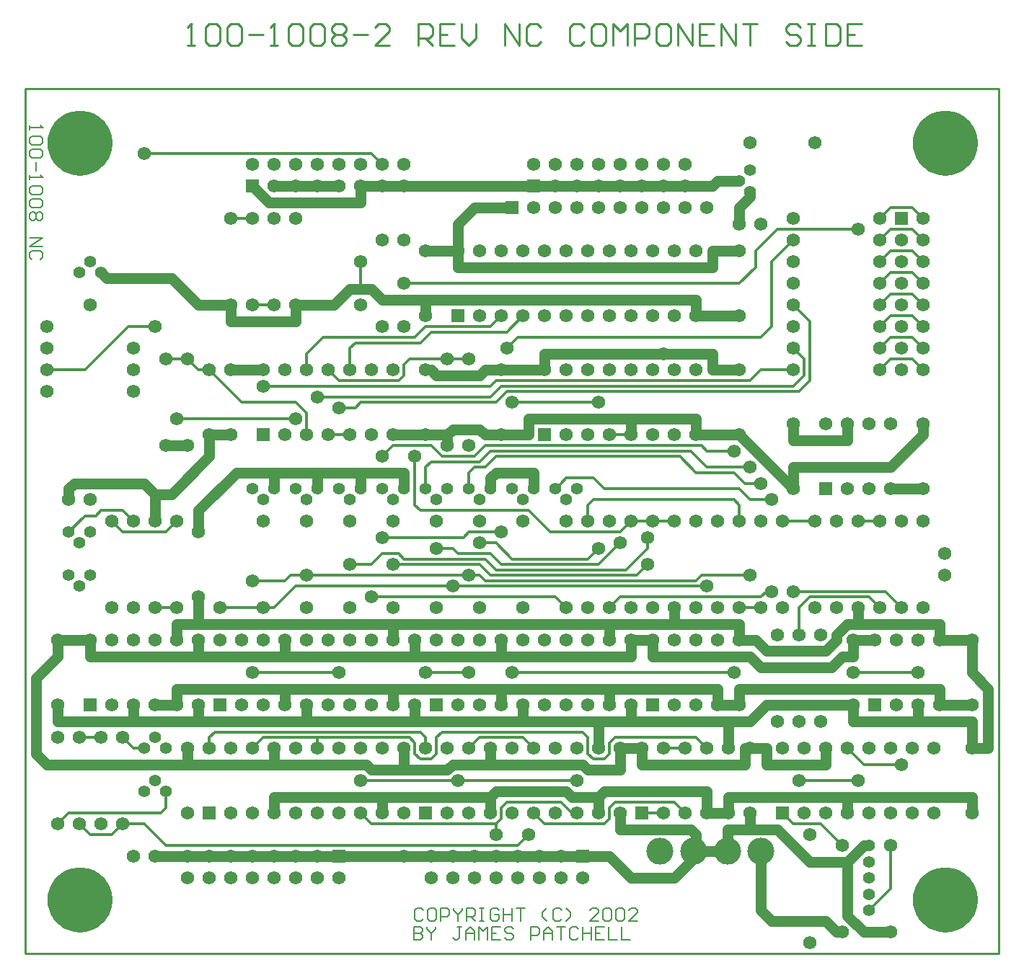
<source format=gtl>
*%FSLAX23Y23*%
*%MOIN*%
G01*
%ADD11C,0.006*%
%ADD12C,0.007*%
%ADD13C,0.008*%
%ADD14C,0.010*%
%ADD15C,0.012*%
%ADD16C,0.032*%
%ADD17C,0.036*%
%ADD18C,0.050*%
%ADD19C,0.052*%
%ADD20C,0.055*%
%ADD21C,0.056*%
%ADD22C,0.059*%
%ADD23C,0.062*%
%ADD24C,0.066*%
%ADD25C,0.070*%
%ADD26C,0.090*%
%ADD27C,0.125*%
%ADD28C,0.129*%
%ADD29C,0.140*%
%ADD30C,0.160*%
%ADD31C,0.250*%
%ADD32R,0.062X0.062*%
%ADD33R,0.066X0.066*%
D13*
X7669Y9637D02*
Y9657D01*
Y9647D02*
Y9637D01*
Y9647D02*
X7729D01*
X7730D01*
X7729D02*
X7719Y9657D01*
Y9607D02*
X7729Y9597D01*
Y9577D01*
X7719Y9567D01*
X7679D01*
X7669Y9577D01*
Y9597D01*
X7679Y9607D01*
X7719D01*
Y9547D02*
X7729Y9537D01*
Y9517D01*
X7719Y9507D01*
X7679D01*
X7669Y9517D01*
Y9537D01*
X7679Y9547D01*
X7719D01*
X7699Y9487D02*
Y9447D01*
X7669Y9427D02*
Y9407D01*
Y9417D01*
X7729D01*
X7730D01*
X7729D02*
X7719Y9427D01*
Y9377D02*
X7729Y9367D01*
Y9347D01*
X7719Y9337D01*
X7679D01*
X7669Y9347D01*
Y9367D01*
X7679Y9377D01*
X7719D01*
Y9317D02*
X7729Y9307D01*
Y9287D01*
X7719Y9277D01*
X7679D01*
X7669Y9287D01*
Y9307D01*
X7679Y9317D01*
X7719D01*
Y9257D02*
X7729Y9247D01*
Y9227D01*
X7719Y9217D01*
X7709D01*
X7699Y9227D01*
X7689Y9217D01*
X7679D01*
X7669Y9227D01*
Y9247D01*
X7679Y9257D01*
X7689D01*
X7699Y9247D01*
X7709Y9257D01*
X7719D01*
X7699Y9247D02*
Y9227D01*
X7669Y9137D02*
X7729D01*
X7669Y9097D01*
X7729D01*
Y9047D02*
X7719Y9037D01*
X7729Y9047D02*
Y9067D01*
X7719Y9077D01*
X7679D01*
X7669Y9067D01*
Y9047D01*
X7679Y9037D01*
X9479Y6037D02*
X9489Y6027D01*
X9479Y6037D02*
X9459D01*
X9449Y6027D01*
Y5987D01*
X9459Y5977D01*
X9479D01*
X9489Y5987D01*
X9519Y6037D02*
X9539D01*
X9519D02*
X9509Y6027D01*
Y5987D01*
X9519Y5977D01*
X9539D01*
X9549Y5987D01*
Y6027D01*
X9539Y6037D01*
X9569D02*
Y5977D01*
Y6037D02*
X9599D01*
X9609Y6027D01*
Y6007D01*
X9599Y5997D01*
X9569D01*
X9629Y6027D02*
Y6037D01*
Y6027D02*
X9649Y6007D01*
X9669Y6027D01*
Y6037D01*
X9649Y6007D02*
Y5977D01*
X9689D02*
Y6037D01*
X9719D01*
X9729Y6027D01*
Y6007D01*
X9719Y5997D01*
X9689D01*
X9709D02*
X9729Y5977D01*
X9749Y6037D02*
X9769D01*
X9759D01*
Y5977D01*
X9749D01*
X9769D01*
X9829Y6037D02*
X9839Y6027D01*
X9829Y6037D02*
X9809D01*
X9799Y6027D01*
Y5987D01*
X9809Y5977D01*
X9829D01*
X9839Y5987D01*
Y6007D01*
X9819D01*
X9859Y6037D02*
Y5977D01*
Y6007D01*
X9899D01*
Y6037D01*
Y5977D01*
X9919Y6037D02*
X9959D01*
X9939D01*
Y5977D01*
X10039Y5997D02*
X10059Y5977D01*
X10039Y5997D02*
Y6017D01*
X10059Y6037D01*
X10119D02*
X10129Y6027D01*
X10119Y6037D02*
X10099D01*
X10089Y6027D01*
Y5987D01*
X10099Y5977D01*
X10119D01*
X10129Y5987D01*
X10149Y5977D02*
X10169Y5997D01*
Y6017D01*
X10149Y6037D01*
X10259Y5977D02*
X10299D01*
X10259D02*
X10299Y6017D01*
Y6027D01*
X10289Y6037D01*
X10269D01*
X10259Y6027D01*
X10319D02*
X10329Y6037D01*
X10349D01*
X10359Y6027D01*
Y5987D01*
X10349Y5977D01*
X10329D01*
X10319Y5987D01*
Y6027D01*
X10379D02*
X10389Y6037D01*
X10409D01*
X10419Y6027D01*
Y5987D01*
X10409Y5977D01*
X10389D01*
X10379Y5987D01*
Y6027D01*
X10439Y5977D02*
X10479D01*
X10439D02*
X10479Y6017D01*
Y6027D01*
X10469Y6037D01*
X10449D01*
X10439Y6027D01*
X9444Y5952D02*
Y5892D01*
X9474D01*
X9484Y5902D01*
Y5912D01*
X9474Y5922D01*
X9444D01*
X9445D01*
X9444D02*
X9445D01*
X9444D02*
X9445D01*
X9444D02*
X9474D01*
X9484Y5932D01*
Y5942D01*
X9474Y5952D01*
X9444D01*
X9504D02*
Y5942D01*
X9524Y5922D01*
X9544Y5942D01*
Y5952D01*
X9524Y5922D02*
Y5892D01*
X9644Y5952D02*
X9664D01*
X9654D02*
X9644D01*
X9654D02*
Y5902D01*
X9644Y5892D01*
X9634D01*
X9624Y5902D01*
X9684Y5892D02*
Y5932D01*
X9704Y5952D01*
X9724Y5932D01*
Y5892D01*
Y5922D01*
X9684D01*
X9744Y5892D02*
Y5952D01*
X9764Y5932D01*
X9784Y5952D01*
Y5892D01*
X9804Y5952D02*
X9844D01*
X9804D02*
Y5892D01*
X9844D01*
X9824Y5922D02*
X9804D01*
X9894Y5952D02*
X9904Y5942D01*
X9894Y5952D02*
X9874D01*
X9864Y5942D01*
Y5932D01*
X9874Y5922D01*
X9894D01*
X9904Y5912D01*
Y5902D01*
X9894Y5892D01*
X9874D01*
X9864Y5902D01*
X9984Y5892D02*
Y5952D01*
X10014D01*
X10024Y5942D01*
Y5922D01*
X10014Y5912D01*
X9984D01*
X10044Y5892D02*
Y5932D01*
X10064Y5952D01*
X10084Y5932D01*
Y5892D01*
Y5922D01*
X10044D01*
X10104Y5952D02*
X10144D01*
X10124D01*
Y5892D01*
X10194Y5952D02*
X10204Y5942D01*
X10194Y5952D02*
X10174D01*
X10164Y5942D01*
Y5902D01*
X10174Y5892D01*
X10194D01*
X10204Y5902D01*
X10224Y5892D02*
Y5952D01*
Y5922D02*
Y5892D01*
Y5922D02*
X10264D01*
Y5952D01*
Y5892D01*
X10284Y5952D02*
X10324D01*
X10284D02*
Y5892D01*
X10324D01*
X10304Y5922D02*
X10284D01*
X10344Y5952D02*
Y5892D01*
X10384D01*
X10404D02*
Y5952D01*
Y5892D02*
X10444D01*
D14*
X8432Y10027D02*
X8399D01*
X8416D02*
X8432D01*
X8416D02*
Y10127D01*
X8417D01*
X8416D02*
X8399Y10110D01*
X8482D02*
X8499Y10127D01*
X8532D01*
X8549Y10110D01*
Y10044D01*
X8532Y10027D01*
X8499D01*
X8482Y10044D01*
Y10110D01*
X8582D02*
X8599Y10127D01*
X8632D01*
X8649Y10110D01*
Y10044D01*
X8632Y10027D01*
X8599D01*
X8582Y10044D01*
Y10110D01*
X8682Y10077D02*
X8749D01*
X8782Y10027D02*
X8816D01*
X8799D01*
Y10127D01*
X8800D01*
X8799D02*
X8782Y10110D01*
X8866D02*
X8882Y10127D01*
X8916D01*
X8932Y10110D01*
Y10044D01*
X8916Y10027D01*
X8882D01*
X8866Y10044D01*
Y10110D01*
X8965D02*
X8982Y10127D01*
X9015D01*
X9032Y10110D01*
Y10044D01*
X9015Y10027D01*
X8982D01*
X8965Y10044D01*
Y10110D01*
X9065D02*
X9082Y10127D01*
X9115D01*
X9132Y10110D01*
Y10094D01*
X9115Y10077D01*
X9132Y10060D01*
Y10044D01*
X9115Y10027D01*
X9082D01*
X9065Y10044D01*
Y10060D01*
X9082Y10077D01*
X9065Y10094D01*
Y10110D01*
X9082Y10077D02*
X9115D01*
X9165D02*
X9232D01*
X9265Y10027D02*
X9332D01*
X9265D02*
X9332Y10094D01*
Y10110D01*
X9315Y10127D01*
X9282D01*
X9265Y10110D01*
X9465Y10127D02*
Y10027D01*
Y10127D02*
X9515D01*
X9532Y10110D01*
Y10077D01*
X9515Y10060D01*
X9465D01*
X9499D02*
X9532Y10027D01*
X9565Y10127D02*
X9632D01*
X9565D02*
Y10027D01*
X9632D01*
X9599Y10077D02*
X9565D01*
X9665Y10060D02*
Y10127D01*
Y10060D02*
X9699Y10027D01*
X9732Y10060D01*
Y10127D01*
X9865D02*
Y10027D01*
X9932D02*
X9865Y10127D01*
X9932D02*
Y10027D01*
X10032Y10110D02*
X10015Y10127D01*
X9982D01*
X9965Y10110D01*
Y10044D01*
X9982Y10027D01*
X10015D01*
X10032Y10044D01*
X10215Y10127D02*
X10232Y10110D01*
X10215Y10127D02*
X10182D01*
X10165Y10110D01*
Y10044D01*
X10182Y10027D01*
X10215D01*
X10232Y10044D01*
X10282Y10127D02*
X10315D01*
X10282D02*
X10265Y10110D01*
Y10044D01*
X10282Y10027D01*
X10315D01*
X10332Y10044D01*
Y10110D01*
X10315Y10127D01*
X10365D02*
Y10027D01*
X10398Y10094D02*
X10365Y10127D01*
X10398Y10094D02*
X10432Y10127D01*
Y10027D01*
X10465D02*
Y10127D01*
X10515D01*
X10532Y10110D01*
Y10077D01*
X10515Y10060D01*
X10465D01*
X10582Y10127D02*
X10615D01*
X10582D02*
X10565Y10110D01*
Y10044D01*
X10582Y10027D01*
X10615D01*
X10632Y10044D01*
Y10110D01*
X10615Y10127D01*
X10665D02*
Y10027D01*
X10732D02*
X10665Y10127D01*
X10732D02*
Y10027D01*
X10765Y10127D02*
X10832D01*
X10765D02*
Y10027D01*
X10832D01*
X10798Y10077D02*
X10765D01*
X10865Y10027D02*
Y10127D01*
X10932Y10027D01*
Y10127D01*
X10965D02*
X11031D01*
X10998D01*
Y10027D01*
X11215Y10127D02*
X11231Y10110D01*
X11215Y10127D02*
X11181D01*
X11165Y10110D01*
Y10094D01*
X11181Y10077D01*
X11215D01*
X11231Y10060D01*
Y10044D01*
X11215Y10027D01*
X11181D01*
X11165Y10044D01*
X11265Y10127D02*
X11298D01*
X11281D01*
Y10027D01*
X11265D01*
X11298D01*
X11348D02*
Y10127D01*
Y10027D02*
X11398D01*
X11415Y10044D01*
Y10110D01*
X11398Y10127D01*
X11348D01*
X11448D02*
X11515D01*
X11448D02*
Y10027D01*
X11515D01*
X11481Y10077D02*
X11448D01*
X12149Y9827D02*
X7649D01*
Y5827D02*
X12149D01*
X7649D02*
Y9827D01*
X12149D02*
Y5827D01*
D15*
X8124Y8727D02*
X7924Y8527D01*
X8499D02*
X8649Y8377D01*
X7849Y6477D02*
X7799Y6427D01*
X7974Y7852D02*
X7999Y7877D01*
X7924Y7852D02*
X7849Y7777D01*
X7899Y6427D02*
X7949Y6377D01*
X8299Y6327D02*
X9924D01*
X8049Y6377D02*
X7949D01*
X8049D02*
X8099Y6427D01*
X8199D02*
X8299Y6327D01*
X8149Y6777D02*
X8099Y6827D01*
X8149Y7827D02*
X8099Y7877D01*
X8049Y7827D02*
X8099Y7777D01*
Y6427D02*
X8199D01*
X11199D02*
X11324D01*
X10324D02*
X10049D01*
X10374Y6527D02*
X10649D01*
X10599Y6477D02*
X10499D01*
X9824Y6427D02*
X9249D01*
X9874Y6527D02*
X10124D01*
X10174Y6477D02*
X10199D01*
X8274D02*
X7849D01*
X8299Y6502D02*
Y6577D01*
Y6502D02*
X8274Y6477D01*
X8299Y7777D02*
X8349Y7827D01*
X8449Y8527D02*
X8399Y8577D01*
X11224Y6627D02*
X11499D01*
X11524Y6702D02*
X11699D01*
X9524Y6727D02*
X9474D01*
X10274D02*
X10324D01*
X10599Y6777D02*
X10699D01*
X8199D02*
X8149D01*
X9199Y6627D02*
X10199D01*
X8499Y6777D02*
Y6827D01*
X8524Y6852D01*
X8749Y6827D02*
X9424D01*
X9574Y6852D02*
X10224D01*
X10374Y6827D02*
X10749D01*
X9474Y6852D02*
X8524D01*
X9749Y6827D02*
X9949D01*
X7999D02*
X7899D01*
X8699Y6777D02*
X8749Y6827D01*
X8799Y7427D02*
X8899Y7527D01*
X9899Y7127D02*
X10924D01*
X11474D02*
X11774D01*
X9099D02*
X8699D01*
X9499D02*
X9699D01*
X8949Y8227D02*
Y8327D01*
Y8527D02*
Y8602D01*
X8874Y7577D02*
X8849Y7552D01*
X8949Y8602D02*
X9024Y8677D01*
X8899Y8377D02*
X8949Y8327D01*
X8999Y6827D02*
Y6777D01*
X9149Y8527D02*
Y8627D01*
X9174Y8652D01*
X9199Y8377D02*
X9174Y8352D01*
X9099Y8477D02*
X9049Y8527D01*
X11274Y7477D02*
X11549D01*
X11624Y7502D02*
X11199D01*
X11099D02*
X11074D01*
X11049Y7477D02*
X10399D01*
X10949Y7427D02*
X10954D01*
X11049D01*
X8849Y7552D02*
X8699D01*
X9624Y7527D02*
X10799D01*
X9624D02*
X8899D01*
X8799Y7427D02*
X8749D01*
X8549D01*
X8349D02*
X8249D01*
X9249Y7477D02*
X10099D01*
X9774Y7552D02*
X10749D01*
X9199Y8902D02*
Y9027D01*
X9299Y7677D02*
X9249Y7627D01*
X9374Y8477D02*
X9399Y8502D01*
X9349Y8177D02*
X9299Y8127D01*
X9374Y7677D02*
X9399Y7652D01*
X9199Y6477D02*
X9249Y6427D01*
X9299Y9477D02*
X9249Y9527D01*
X9749Y7727D02*
X9824D01*
X9624Y7702D02*
X9549D01*
X9249Y7627D02*
X9149D01*
X9299Y7677D02*
X9374D01*
X9699Y7577D02*
X8949D01*
X8874D01*
X9299Y7752D02*
X9674D01*
X9699Y7577D02*
X9749D01*
X10774D02*
X10999D01*
X9749Y7627D02*
X9349D01*
X9799Y7577D02*
X10474D01*
X9774Y7652D02*
X9399D01*
X9824Y7602D02*
X10424D01*
X9799Y7677D02*
X9649D01*
X9849Y7627D02*
X10299D01*
X10249Y7652D02*
X9899D01*
X9449Y6802D02*
Y6752D01*
X9549D02*
Y6827D01*
X9499D02*
Y6777D01*
X9399Y8502D02*
Y8552D01*
X9499Y8077D02*
Y7977D01*
X9449Y7902D02*
Y8127D01*
X9549Y6752D02*
X9524Y6727D01*
X9549Y6827D02*
X9574Y6852D01*
X9449Y8677D02*
X9499Y8727D01*
X9424Y8577D02*
X9399Y8552D01*
X9474Y8652D02*
X9524Y8702D01*
Y8102D02*
X9499Y8077D01*
X9424Y6827D02*
X9449Y6802D01*
Y6752D02*
X9474Y6727D01*
X9499Y6827D02*
X9474Y6852D01*
Y7877D02*
X9449Y7902D01*
X9574Y8127D02*
X9524Y8177D01*
X11499Y7827D02*
X11599D01*
X11299D02*
X11149D01*
X8099Y7877D02*
X7999D01*
X7974Y7852D02*
X7924D01*
X8099Y7777D02*
X8299D01*
X10449Y7827D02*
X10549D01*
X10649D01*
X10924Y7927D02*
X10274D01*
X9849Y7777D02*
X9699D01*
X10074D02*
X10399D01*
X9974Y7877D02*
X9474D01*
X10999Y7927D02*
X11099D01*
X9699Y7977D02*
Y8052D01*
X9749Y6827D02*
X9699Y6777D01*
X9674Y7752D02*
X9699Y7777D01*
X9724Y8127D02*
X9774Y8177D01*
X9799Y8152D02*
X9749Y8102D01*
X9724Y8077D02*
X9699Y8052D01*
X9774Y8077D02*
X9824Y8127D01*
X9624Y7702D02*
X9649Y7677D01*
X9749Y7577D02*
X9774Y7552D01*
X9799Y7577D02*
X9749Y7627D01*
X9774Y7652D02*
X9824Y7602D01*
X10149Y8027D02*
X10274D01*
X9724Y8127D02*
X9574D01*
X10799Y8152D02*
X10924D01*
X9724Y8102D02*
X9524D01*
X9724D02*
X9749D01*
X9799Y8152D02*
X10724D01*
X10799Y8077D02*
X10999D01*
X9774D02*
X9724D01*
X9824Y8127D02*
X10674D01*
X10749Y8052D02*
X10924D01*
X10949Y7977D02*
X10324D01*
X10974Y8002D02*
X11049D01*
X9849Y6502D02*
Y6452D01*
X9824Y6427D02*
Y6377D01*
X9924Y6327D02*
X9974Y6377D01*
X9849Y6452D02*
X9824Y6427D01*
X9849Y6502D02*
X9874Y6527D01*
X9799Y8727D02*
X9849Y8777D01*
X9874Y8702D02*
X9949Y8777D01*
X9824Y8477D02*
X9799Y8452D01*
Y8402D02*
X9849Y8452D01*
X9874Y8427D02*
X9824Y8377D01*
X9874Y8627D02*
X9924Y8677D01*
X9949Y6827D02*
X9999Y6777D01*
X9849Y7627D02*
X9799Y7677D01*
X9824Y7727D02*
X9899Y7652D01*
X10074Y7777D02*
X9974Y7877D01*
X10349Y8227D02*
X10449D01*
X8899Y8302D02*
X8349D01*
X9049Y8227D02*
X9149D01*
X9774Y8177D02*
X10774D01*
X9524D02*
X9349D01*
X10099Y7977D02*
X10124Y8002D01*
X10149Y8027D01*
X9999Y6477D02*
X10049Y6427D01*
X10124Y6527D02*
X10174Y6477D01*
X10149Y7427D02*
X10099Y7477D01*
X9899Y8377D02*
X10299D01*
X8899D02*
X8649D01*
X8499Y8527D02*
X8449D01*
X7924D02*
X7749D01*
X9099Y8477D02*
X9374D01*
X9799Y8452D02*
X8749D01*
X9824Y8477D02*
X10999D01*
X11049Y8527D02*
X11199D01*
X9774Y8402D02*
X8999D01*
X9774D02*
X9799D01*
X9849Y8452D02*
X11174D01*
X11199D01*
X9174Y8352D02*
X9099D01*
X9199Y8377D02*
X9824D01*
X9874Y8427D02*
X11224D01*
X10349Y6502D02*
Y6452D01*
X10249Y6752D02*
Y6827D01*
X10349Y6802D02*
Y6752D01*
X10249Y7827D02*
Y7902D01*
X10349Y6452D02*
X10324Y6427D01*
X10349Y6502D02*
X10374Y6527D01*
X10324Y6727D02*
X10349Y6752D01*
Y6802D02*
X10374Y6827D01*
X10349Y7427D02*
X10399Y7477D01*
X10349Y7677D02*
X10399Y7727D01*
X10249Y7902D02*
X10274Y7927D01*
X10349Y7677D02*
X10299Y7627D01*
X10249Y7652D02*
X10299Y7702D01*
X10224Y6852D02*
X10249Y6827D01*
Y6752D02*
X10274Y6727D01*
X10324Y7977D02*
X10274Y8027D01*
X8399Y8577D02*
X8299D01*
X8249Y8727D02*
X8124D01*
X11649Y8677D02*
X11749D01*
Y8577D02*
X11649D01*
X9799Y8727D02*
X9499D01*
X9449Y8677D02*
X9024D01*
X9424Y8577D02*
X9599D01*
X9699D01*
X9524Y8702D02*
X9874D01*
X9474Y8652D02*
X9174D01*
X9924Y8677D02*
X11049D01*
X10524Y7752D02*
Y7702D01*
X10474Y7652D01*
X10524Y7627D02*
X10474Y7577D01*
X10424Y7602D02*
X10474Y7652D01*
X10399Y7777D02*
X10449Y7827D01*
X10949Y8927D02*
X9399D01*
X8799Y8827D02*
X8699D01*
X11649Y8877D02*
X11749D01*
Y8777D02*
X11649D01*
X10774Y7577D02*
X10749Y7552D01*
X10649Y6527D02*
X10699Y6477D01*
X10799Y6777D02*
X10749Y6827D01*
X10799Y8077D02*
X10724Y8152D01*
X10674Y8127D02*
X10749Y8052D01*
X11649Y9077D02*
X11749D01*
Y8977D02*
X11649D01*
X10949Y7902D02*
Y7827D01*
Y8927D02*
X11024Y9002D01*
X10924Y7927D02*
X10949Y7902D01*
X10799Y8152D02*
X10774Y8177D01*
X10949Y7977D02*
X10999Y7927D01*
X10974Y8002D02*
X10924Y8052D01*
X11124Y9177D02*
X11499D01*
X8699Y9227D02*
X8599D01*
X11649Y9277D02*
X11749D01*
Y9177D02*
X11649D01*
X11024Y9077D02*
Y9002D01*
X11099Y9027D02*
Y8727D01*
X11024Y9077D02*
X11124Y9177D01*
X11074Y7502D02*
X11049Y7477D01*
X10999Y8477D02*
X11049Y8527D01*
Y8677D02*
X11099Y8727D01*
Y9027D02*
X11199Y9127D01*
X11149Y6477D02*
X11199Y6427D01*
X11224Y7302D02*
Y7427D01*
X11249Y8502D02*
Y8577D01*
X11274Y8477D02*
Y8752D01*
Y7477D02*
X11224Y7427D01*
X11199Y8452D02*
X11249Y8502D01*
X11274Y8477D02*
X11224Y8427D01*
X11324Y6427D02*
X11424Y6327D01*
X11249Y8577D02*
X11199Y8627D01*
X11274Y8752D02*
X11199Y8827D01*
X9249Y9527D02*
X8199D01*
X11449Y6777D02*
X11524Y6702D01*
X11649Y6327D02*
Y6127D01*
X11549Y6027D01*
X11599Y9227D02*
X11649Y9277D01*
Y9177D02*
X11599Y9127D01*
X11649Y9077D02*
X11599Y9027D01*
X11649Y8977D02*
X11599Y8927D01*
X11649Y8877D02*
X11599Y8827D01*
X11649Y8777D02*
X11599Y8727D01*
X11649Y8677D02*
X11599Y8627D01*
X11649Y8577D02*
X11599Y8527D01*
X11549Y7477D02*
X11599Y7427D01*
X11624Y7502D02*
X11699Y7427D01*
X11799Y9227D02*
X11749Y9277D01*
Y9177D02*
X11799Y9127D01*
X11749Y9077D02*
X11799Y9027D01*
X11749Y8977D02*
X11799Y8927D01*
X11749Y8877D02*
X11799Y8827D01*
X11749Y8777D02*
X11799Y8727D01*
X11749Y8677D02*
X11799Y8627D01*
X11749Y8577D02*
X11799Y8527D01*
D18*
X7799Y7202D02*
X7699Y7102D01*
X8324Y7952D02*
X8499Y8127D01*
X11449Y6252D02*
X11524Y6327D01*
X10324Y6577D02*
X10299Y6552D01*
X9824Y6577D02*
X9799Y6552D01*
X9624Y6702D02*
X9599Y6677D01*
X11649Y8077D02*
X11799Y8227D01*
X7874Y8002D02*
X7849Y7977D01*
X10949Y9277D02*
X10999Y9327D01*
X10849Y9402D02*
X10824Y9377D01*
X9724Y9277D02*
X9649Y9202D01*
X9149Y8902D02*
X9074Y8827D01*
X9624Y8252D02*
X9599Y8227D01*
X9749Y8502D02*
X9774Y8527D01*
X11374Y7152D02*
X11424Y7202D01*
X11349Y7227D02*
X11399Y7277D01*
Y7302D02*
X11449Y7352D01*
X10749Y6277D02*
X10649Y6177D01*
X10999Y6902D02*
X11074Y6977D01*
X8624Y8052D02*
X8449Y7877D01*
X9799Y8027D02*
X9824Y8052D01*
X7749Y6702D02*
X7699Y6752D01*
X11449Y6002D02*
X11524Y5927D01*
X11274Y6252D02*
X11124Y6402D01*
X10174Y6552D02*
X10149Y6577D01*
X10249Y6677D02*
X10224Y6702D01*
X11349Y5977D02*
X11399Y5927D01*
X11099Y5977D02*
X11049Y6027D01*
X12099Y7052D02*
X12024Y7127D01*
X9249Y6677D02*
X9224Y6702D01*
X8249Y7952D02*
X8199Y8002D01*
X9249Y8902D02*
X9299Y8852D01*
X8024Y8952D02*
X7999Y8977D01*
X8324Y8952D02*
X8449Y8827D01*
X8774Y9302D02*
X8749Y9327D01*
X8699Y9377D01*
X9749Y8252D02*
X9774Y8227D01*
X9549Y8502D02*
X9524Y8527D01*
X10999Y7202D02*
X11049Y7152D01*
X11074Y7227D02*
X11024Y7277D01*
X10724Y6402D02*
X10749Y6377D01*
X10424Y6202D02*
X10349Y6277D01*
X10424Y6202D02*
X10449Y6177D01*
X11199Y7977D02*
X10949Y8227D01*
X10737Y6302D02*
X10749Y6277D01*
X11524Y5927D02*
X11649D01*
X11424D02*
X11399D01*
X11349Y5977D02*
X11099D01*
X7799Y7202D02*
Y7277D01*
X7699Y7102D02*
Y6752D01*
X7799Y6902D02*
Y6977D01*
X10449Y6177D02*
X10649D01*
X7849Y7927D02*
Y7977D01*
X7949Y7277D02*
Y7202D01*
X11274Y6252D02*
X11449D01*
X11524Y6327D02*
X11549D01*
X9624Y6277D02*
X9524D01*
X9624D02*
X9724D01*
X9824D01*
X9924D01*
X10024D01*
X10124D01*
X10224D01*
X10737Y6302D02*
X10749D01*
X10874D02*
X10893D01*
X10874D02*
X10737D01*
X8399Y6277D02*
X8249D01*
X8399D02*
X8499D01*
X8599D01*
X8699D01*
X8799D01*
X8899D01*
X8999D01*
X9099D01*
X10224D02*
X10349D01*
X9524D02*
X9099D01*
X8149Y6902D02*
Y6977D01*
X10999Y6402D02*
X11124D01*
X10799Y6577D02*
X10324D01*
X10149D02*
X9824D01*
X10174Y6552D02*
X10299D01*
X10399Y6402D02*
X10724D01*
X10893D02*
X10999D01*
X11449Y6552D02*
X12024D01*
X9299D02*
X8799D01*
X9299D02*
X9799D01*
X10799Y6477D02*
X10899D01*
Y6552D02*
X11449D01*
X8249Y7827D02*
Y7952D01*
X8349Y7352D02*
Y7277D01*
Y7052D02*
Y6977D01*
X8399Y6777D02*
Y6702D01*
X7749D01*
X9249Y6677D02*
X9399D01*
X9599D01*
X9624Y6702D02*
X9799D01*
X10224D01*
X10249Y6677D02*
X10399D01*
X12024Y6777D02*
X12099D01*
X9224Y6702D02*
X8799D01*
X8399D01*
X10399Y6777D02*
X10499D01*
Y6702D02*
X10974D01*
Y6777D02*
X10999D01*
X11074D01*
Y6702D02*
X11349D01*
X8499Y8127D02*
Y8227D01*
X8599Y8752D02*
Y8827D01*
X8449Y6977D02*
Y6902D01*
Y7352D02*
Y7477D01*
Y7277D02*
Y7202D01*
Y7777D02*
Y7877D01*
Y6902D02*
X8949D01*
X8449D02*
X8149D01*
X7799D01*
X8249Y6977D02*
X8349D01*
X10849D02*
X10949D01*
X11874D02*
X12024D01*
Y6902D02*
X11774D01*
X11474D01*
X9949D02*
X9449D01*
X9299D01*
X8949D01*
X9949D02*
X10299D01*
X10449D01*
X10899D01*
X10999D01*
X11074Y6977D02*
X11474D01*
X8799Y6777D02*
Y6702D01*
Y6552D02*
Y6477D01*
Y7977D02*
Y8052D01*
X11049Y7152D02*
X11374D01*
X8849Y7052D02*
X8349D01*
X8849D02*
X9349D01*
X9849D01*
X10349D01*
X10849D01*
X10949D02*
X11874D01*
X8899Y8752D02*
Y8827D01*
X8949Y6977D02*
Y6902D01*
X8849Y7202D02*
Y7277D01*
Y7052D02*
Y6977D01*
X11449Y7352D02*
X11499D01*
X9849Y7202D02*
X9449D01*
X9849D02*
X10449D01*
X8449Y7352D02*
X8349D01*
X8449D02*
X9349D01*
X10349D01*
X10649D01*
X10949D01*
X10999Y7202D02*
X10549D01*
X10949Y7277D02*
X11024D01*
X11074Y7227D02*
X11349D01*
X11499Y7352D02*
X11874D01*
Y7277D02*
X12024D01*
X11574D02*
X11474D01*
Y7202D02*
X11424D01*
X10549Y7277D02*
X10449D01*
X9449Y7202D02*
X8849D01*
X8449D01*
X7949D01*
Y7277D02*
X7799D01*
X8999Y7977D02*
Y8052D01*
X9199D02*
Y7977D01*
Y9302D02*
Y9377D01*
X9349Y7352D02*
Y7277D01*
Y7052D02*
Y6977D01*
X9299Y6552D02*
Y6477D01*
X9399Y6677D02*
Y6777D01*
Y7977D02*
Y8052D01*
X9499Y8777D02*
Y8852D01*
X9449Y7277D02*
Y7202D01*
Y6977D02*
Y6902D01*
X8324Y7952D02*
X8249D01*
X9649Y9077D02*
Y9202D01*
X9599Y8227D02*
Y8177D01*
X9649Y9002D02*
Y9077D01*
X11199Y8077D02*
X11649D01*
Y7977D02*
X11799D01*
X8199Y8002D02*
X7874D01*
X9199Y8052D02*
X9399D01*
X9199D02*
X8999D01*
X8799D01*
X8624D01*
X9824D02*
X9999D01*
X9974Y8227D02*
Y8302D01*
X9849Y7277D02*
Y7202D01*
Y7052D02*
Y6977D01*
X9799Y6552D02*
Y6477D01*
X9949Y6902D02*
Y6977D01*
X9799Y6777D02*
Y6702D01*
Y7977D02*
Y8027D01*
X11199Y8202D02*
X11449D01*
X8399Y8177D02*
X8299D01*
X9849Y8227D02*
X9974D01*
Y8302D02*
X10749D01*
Y8227D02*
X10949D01*
X9749Y8252D02*
X9624D01*
X9774Y8227D02*
X9849D01*
X9599D02*
X9499D01*
X9349D01*
X8599D02*
X8499D01*
X9999Y8052D02*
Y7977D01*
X10049Y8527D02*
Y8602D01*
X8749Y8527D02*
X8599D01*
X9499D02*
X9524D01*
X9549Y8502D02*
X9749D01*
X9774Y8527D02*
X9849D01*
X10049D01*
X10824D02*
X10949D01*
X10349Y7352D02*
Y7277D01*
Y7052D02*
Y6977D01*
X10299Y6552D02*
Y6477D01*
Y6777D02*
Y6902D01*
X10049Y8602D02*
X10824D01*
X10449Y8302D02*
Y8227D01*
X10399Y6777D02*
Y6677D01*
X10449Y7202D02*
Y7277D01*
X10549D02*
Y7202D01*
X10399Y6477D02*
Y6402D01*
X10499Y6702D02*
Y6777D01*
X10449Y6902D02*
Y6977D01*
X9074Y8827D02*
X8899D01*
X9149Y8902D02*
X9249D01*
X9299Y8852D02*
X9499D01*
X8599Y8827D02*
X8449D01*
X8599Y8752D02*
X8899D01*
X9499Y8852D02*
X10749D01*
Y8777D02*
X10949D01*
X10749Y8302D02*
Y8227D01*
Y8777D02*
Y8852D01*
X10649Y7427D02*
Y7352D01*
X10749Y6377D02*
Y6302D01*
X8324Y8952D02*
X8024D01*
X10824Y9077D02*
X10949D01*
X10824Y9002D02*
X9649D01*
Y9077D02*
X9499D01*
X10799Y6577D02*
Y6477D01*
X10949Y9202D02*
Y9277D01*
X10824Y9077D02*
Y9002D01*
X10949Y7352D02*
Y7277D01*
X10849Y7052D02*
Y6977D01*
X10949D02*
Y7052D01*
X10893Y6402D02*
Y6352D01*
Y6302D01*
X10899Y6477D02*
Y6552D01*
Y6777D02*
Y6902D01*
X10824Y8527D02*
Y8602D01*
X9899Y9277D02*
X9724D01*
X9199Y9302D02*
X8774D01*
X11049Y6302D02*
Y6027D01*
X10999Y9327D02*
Y9352D01*
Y6477D02*
Y6402D01*
X10974Y6702D02*
Y6777D01*
X11074D02*
Y6702D01*
X9999Y9377D02*
X9399D01*
X10849Y9402D02*
X10949D01*
X10824Y9377D02*
X10699D01*
X8899D02*
X8799D01*
X8899D02*
X8999D01*
X9099D01*
X9199D02*
X9299D01*
X9399D01*
X9999D02*
X10099D01*
X10199D01*
X10299D01*
X10399D01*
X10499D01*
X10599D01*
X10699D01*
X11199Y8077D02*
Y8052D01*
Y8202D02*
Y8277D01*
Y8052D02*
Y7977D01*
X11449Y6252D02*
Y6002D01*
Y8202D02*
Y8277D01*
X11399Y7302D02*
Y7277D01*
X11499Y7352D02*
Y7427D01*
X11474Y7277D02*
Y7202D01*
Y6977D02*
Y6902D01*
X11349Y6777D02*
Y6702D01*
X11449Y6552D02*
Y6477D01*
X11799Y8227D02*
Y8277D01*
X11874Y7352D02*
Y7277D01*
Y7052D02*
Y6977D01*
X11774D02*
Y6902D01*
X12099Y6777D02*
Y7052D01*
X12024Y7127D02*
Y7277D01*
Y6902D02*
Y6777D01*
Y6552D02*
Y6477D01*
X11774Y9577D02*
X11775D01*
X11774D02*
X11774Y9567D01*
X11776Y9557D01*
X11778Y9547D01*
X11780Y9537D01*
X11784Y9528D01*
X11788Y9519D01*
X11793Y9510D01*
X11799Y9502D01*
X11805Y9494D01*
X11812Y9487D01*
X11820Y9480D01*
X11828Y9474D01*
X11836Y9469D01*
X11845Y9464D01*
X11855Y9460D01*
X11864Y9457D01*
X11874Y9455D01*
X11884Y9453D01*
X11894Y9452D01*
X11904D01*
X11914Y9453D01*
X11924Y9455D01*
X11934Y9457D01*
X11943Y9460D01*
X11953Y9464D01*
X11962Y9469D01*
X11970Y9474D01*
X11978Y9480D01*
X11986Y9487D01*
X11993Y9494D01*
X11999Y9502D01*
X12005Y9510D01*
X12010Y9519D01*
X12014Y9528D01*
X12018Y9537D01*
X12020Y9547D01*
X12022Y9557D01*
X12024Y9567D01*
X12024Y9577D01*
X12025D01*
X12024D02*
X12024Y9587D01*
X12022Y9597D01*
X12020Y9607D01*
X12018Y9617D01*
X12014Y9626D01*
X12010Y9635D01*
X12005Y9644D01*
X11999Y9652D01*
X11993Y9660D01*
X11986Y9667D01*
X11978Y9674D01*
X11970Y9680D01*
X11962Y9685D01*
X11953Y9690D01*
X11943Y9694D01*
X11934Y9697D01*
X11924Y9699D01*
X11914Y9701D01*
X11904Y9702D01*
X11894D01*
X11884Y9701D01*
X11874Y9699D01*
X11864Y9697D01*
X11855Y9694D01*
X11845Y9690D01*
X11836Y9685D01*
X11828Y9680D01*
X11820Y9674D01*
X11812Y9667D01*
X11805Y9660D01*
X11799Y9652D01*
X11793Y9644D01*
X11788Y9635D01*
X11784Y9626D01*
X11780Y9617D01*
X11778Y9607D01*
X11776Y9597D01*
X11774Y9587D01*
X11774Y9577D01*
X11822D02*
X11823D01*
X11822D02*
X11823Y9568D01*
X11824Y9559D01*
X11827Y9551D01*
X11830Y9542D01*
X11835Y9535D01*
X11840Y9528D01*
X11846Y9521D01*
X11853Y9515D01*
X11860Y9510D01*
X11869Y9506D01*
X11877Y9503D01*
X11886Y9501D01*
X11895Y9500D01*
X11903D01*
X11912Y9501D01*
X11921Y9503D01*
X11929Y9506D01*
X11938Y9510D01*
X11945Y9515D01*
X11952Y9521D01*
X11958Y9528D01*
X11963Y9535D01*
X11968Y9542D01*
X11971Y9551D01*
X11974Y9559D01*
X11975Y9568D01*
X11976Y9577D01*
X11977D01*
X11976D02*
X11975Y9586D01*
X11974Y9595D01*
X11971Y9603D01*
X11968Y9612D01*
X11963Y9619D01*
X11958Y9626D01*
X11952Y9633D01*
X11945Y9639D01*
X11938Y9644D01*
X11929Y9648D01*
X11921Y9651D01*
X11912Y9653D01*
X11903Y9654D01*
X11895D01*
X11886Y9653D01*
X11877Y9651D01*
X11869Y9648D01*
X11860Y9644D01*
X11853Y9639D01*
X11846Y9633D01*
X11840Y9626D01*
X11835Y9619D01*
X11830Y9612D01*
X11827Y9603D01*
X11824Y9595D01*
X11823Y9586D01*
X11822Y9577D01*
X11870D02*
X11871D01*
X11870D02*
X11871Y9571D01*
X11873Y9565D01*
X11876Y9560D01*
X11880Y9555D01*
X11884Y9552D01*
X11890Y9549D01*
X11896Y9548D01*
X11902D01*
X11908Y9549D01*
X11914Y9552D01*
X11918Y9555D01*
X11922Y9560D01*
X11925Y9565D01*
X11927Y9571D01*
X11928Y9577D01*
X11929D01*
X11928D02*
X11927Y9583D01*
X11925Y9589D01*
X11922Y9594D01*
X11918Y9599D01*
X11914Y9602D01*
X11908Y9605D01*
X11902Y9606D01*
X11896D01*
X11890Y9605D01*
X11884Y9602D01*
X11880Y9599D01*
X11876Y9594D01*
X11873Y9589D01*
X11871Y9583D01*
X11870Y9577D01*
X11899D02*
D03*
X11774Y6077D02*
X11775D01*
X11774D02*
X11774Y6067D01*
X11776Y6057D01*
X11778Y6047D01*
X11780Y6037D01*
X11784Y6028D01*
X11788Y6019D01*
X11793Y6010D01*
X11799Y6002D01*
X11805Y5994D01*
X11812Y5987D01*
X11820Y5980D01*
X11828Y5974D01*
X11836Y5969D01*
X11845Y5964D01*
X11855Y5960D01*
X11864Y5957D01*
X11874Y5955D01*
X11884Y5953D01*
X11894Y5952D01*
X11904D01*
X11914Y5953D01*
X11924Y5955D01*
X11934Y5957D01*
X11943Y5960D01*
X11953Y5964D01*
X11962Y5969D01*
X11970Y5974D01*
X11978Y5980D01*
X11986Y5987D01*
X11993Y5994D01*
X11999Y6002D01*
X12005Y6010D01*
X12010Y6019D01*
X12014Y6028D01*
X12018Y6037D01*
X12020Y6047D01*
X12022Y6057D01*
X12024Y6067D01*
X12024Y6077D01*
X12025D01*
X12024D02*
X12024Y6087D01*
X12022Y6097D01*
X12020Y6107D01*
X12018Y6117D01*
X12014Y6126D01*
X12010Y6135D01*
X12005Y6144D01*
X11999Y6152D01*
X11993Y6160D01*
X11986Y6167D01*
X11978Y6174D01*
X11970Y6180D01*
X11962Y6185D01*
X11953Y6190D01*
X11943Y6194D01*
X11934Y6197D01*
X11924Y6199D01*
X11914Y6201D01*
X11904Y6202D01*
X11894D01*
X11884Y6201D01*
X11874Y6199D01*
X11864Y6197D01*
X11855Y6194D01*
X11845Y6190D01*
X11836Y6185D01*
X11828Y6180D01*
X11820Y6174D01*
X11812Y6167D01*
X11805Y6160D01*
X11799Y6152D01*
X11793Y6144D01*
X11788Y6135D01*
X11784Y6126D01*
X11780Y6117D01*
X11778Y6107D01*
X11776Y6097D01*
X11774Y6087D01*
X11774Y6077D01*
X11822D02*
X11823D01*
X11822D02*
X11823Y6068D01*
X11824Y6059D01*
X11827Y6051D01*
X11830Y6042D01*
X11835Y6035D01*
X11840Y6028D01*
X11846Y6021D01*
X11853Y6015D01*
X11860Y6010D01*
X11869Y6006D01*
X11877Y6003D01*
X11886Y6001D01*
X11895Y6000D01*
X11903D01*
X11912Y6001D01*
X11921Y6003D01*
X11929Y6006D01*
X11938Y6010D01*
X11945Y6015D01*
X11952Y6021D01*
X11958Y6028D01*
X11963Y6035D01*
X11968Y6042D01*
X11971Y6051D01*
X11974Y6059D01*
X11975Y6068D01*
X11976Y6077D01*
X11977D01*
X11976D02*
X11975Y6086D01*
X11974Y6095D01*
X11971Y6103D01*
X11968Y6112D01*
X11963Y6119D01*
X11958Y6126D01*
X11952Y6133D01*
X11945Y6139D01*
X11938Y6144D01*
X11929Y6148D01*
X11921Y6151D01*
X11912Y6153D01*
X11903Y6154D01*
X11895D01*
X11886Y6153D01*
X11877Y6151D01*
X11869Y6148D01*
X11860Y6144D01*
X11853Y6139D01*
X11846Y6133D01*
X11840Y6126D01*
X11835Y6119D01*
X11830Y6112D01*
X11827Y6103D01*
X11824Y6095D01*
X11823Y6086D01*
X11822Y6077D01*
X11870D02*
X11871D01*
X11870D02*
X11871Y6071D01*
X11873Y6065D01*
X11876Y6060D01*
X11880Y6055D01*
X11884Y6052D01*
X11890Y6049D01*
X11896Y6048D01*
X11902D01*
X11908Y6049D01*
X11914Y6052D01*
X11918Y6055D01*
X11922Y6060D01*
X11925Y6065D01*
X11927Y6071D01*
X11928Y6077D01*
X11929D01*
X11928D02*
X11927Y6083D01*
X11925Y6089D01*
X11922Y6094D01*
X11918Y6099D01*
X11914Y6102D01*
X11908Y6105D01*
X11902Y6106D01*
X11896D01*
X11890Y6105D01*
X11884Y6102D01*
X11880Y6099D01*
X11876Y6094D01*
X11873Y6089D01*
X11871Y6083D01*
X11870Y6077D01*
X11899D02*
D03*
X7774Y9577D02*
X7775D01*
X7774D02*
X7774Y9567D01*
X7776Y9557D01*
X7778Y9547D01*
X7780Y9537D01*
X7784Y9528D01*
X7788Y9519D01*
X7793Y9510D01*
X7799Y9502D01*
X7805Y9494D01*
X7812Y9487D01*
X7820Y9480D01*
X7828Y9474D01*
X7836Y9469D01*
X7845Y9464D01*
X7855Y9460D01*
X7864Y9457D01*
X7874Y9455D01*
X7884Y9453D01*
X7894Y9452D01*
X7904D01*
X7914Y9453D01*
X7924Y9455D01*
X7934Y9457D01*
X7943Y9460D01*
X7953Y9464D01*
X7962Y9469D01*
X7970Y9474D01*
X7978Y9480D01*
X7986Y9487D01*
X7993Y9494D01*
X7999Y9502D01*
X8005Y9510D01*
X8010Y9519D01*
X8014Y9528D01*
X8018Y9537D01*
X8020Y9547D01*
X8022Y9557D01*
X8024Y9567D01*
X8024Y9577D01*
X8025D01*
X8024D02*
X8024Y9587D01*
X8022Y9597D01*
X8020Y9607D01*
X8018Y9617D01*
X8014Y9626D01*
X8010Y9635D01*
X8005Y9644D01*
X7999Y9652D01*
X7993Y9660D01*
X7986Y9667D01*
X7978Y9674D01*
X7970Y9680D01*
X7962Y9685D01*
X7953Y9690D01*
X7943Y9694D01*
X7934Y9697D01*
X7924Y9699D01*
X7914Y9701D01*
X7904Y9702D01*
X7894D01*
X7884Y9701D01*
X7874Y9699D01*
X7864Y9697D01*
X7855Y9694D01*
X7845Y9690D01*
X7836Y9685D01*
X7828Y9680D01*
X7820Y9674D01*
X7812Y9667D01*
X7805Y9660D01*
X7799Y9652D01*
X7793Y9644D01*
X7788Y9635D01*
X7784Y9626D01*
X7780Y9617D01*
X7778Y9607D01*
X7776Y9597D01*
X7774Y9587D01*
X7774Y9577D01*
X7822D02*
X7823D01*
X7822D02*
X7823Y9568D01*
X7824Y9559D01*
X7827Y9551D01*
X7830Y9542D01*
X7835Y9535D01*
X7840Y9528D01*
X7846Y9521D01*
X7853Y9515D01*
X7860Y9510D01*
X7869Y9506D01*
X7877Y9503D01*
X7886Y9501D01*
X7895Y9500D01*
X7903D01*
X7912Y9501D01*
X7921Y9503D01*
X7929Y9506D01*
X7938Y9510D01*
X7945Y9515D01*
X7952Y9521D01*
X7958Y9528D01*
X7963Y9535D01*
X7968Y9542D01*
X7971Y9551D01*
X7974Y9559D01*
X7975Y9568D01*
X7976Y9577D01*
X7977D01*
X7976D02*
X7975Y9586D01*
X7974Y9595D01*
X7971Y9603D01*
X7968Y9612D01*
X7963Y9619D01*
X7958Y9626D01*
X7952Y9633D01*
X7945Y9639D01*
X7938Y9644D01*
X7929Y9648D01*
X7921Y9651D01*
X7912Y9653D01*
X7903Y9654D01*
X7895D01*
X7886Y9653D01*
X7877Y9651D01*
X7869Y9648D01*
X7860Y9644D01*
X7853Y9639D01*
X7846Y9633D01*
X7840Y9626D01*
X7835Y9619D01*
X7830Y9612D01*
X7827Y9603D01*
X7824Y9595D01*
X7823Y9586D01*
X7822Y9577D01*
X7870D02*
X7871D01*
X7870D02*
X7871Y9571D01*
X7873Y9565D01*
X7876Y9560D01*
X7880Y9555D01*
X7884Y9552D01*
X7890Y9549D01*
X7896Y9548D01*
X7902D01*
X7908Y9549D01*
X7914Y9552D01*
X7918Y9555D01*
X7922Y9560D01*
X7925Y9565D01*
X7927Y9571D01*
X7928Y9577D01*
X7929D01*
X7928D02*
X7927Y9583D01*
X7925Y9589D01*
X7922Y9594D01*
X7918Y9599D01*
X7914Y9602D01*
X7908Y9605D01*
X7902Y9606D01*
X7896D01*
X7890Y9605D01*
X7884Y9602D01*
X7880Y9599D01*
X7876Y9594D01*
X7873Y9589D01*
X7871Y9583D01*
X7870Y9577D01*
X7899D02*
D03*
X7774Y6077D02*
X7775D01*
X7774D02*
X7774Y6067D01*
X7776Y6057D01*
X7778Y6047D01*
X7780Y6037D01*
X7784Y6028D01*
X7788Y6019D01*
X7793Y6010D01*
X7799Y6002D01*
X7805Y5994D01*
X7812Y5987D01*
X7820Y5980D01*
X7828Y5974D01*
X7836Y5969D01*
X7845Y5964D01*
X7855Y5960D01*
X7864Y5957D01*
X7874Y5955D01*
X7884Y5953D01*
X7894Y5952D01*
X7904D01*
X7914Y5953D01*
X7924Y5955D01*
X7934Y5957D01*
X7943Y5960D01*
X7953Y5964D01*
X7962Y5969D01*
X7970Y5974D01*
X7978Y5980D01*
X7986Y5987D01*
X7993Y5994D01*
X7999Y6002D01*
X8005Y6010D01*
X8010Y6019D01*
X8014Y6028D01*
X8018Y6037D01*
X8020Y6047D01*
X8022Y6057D01*
X8024Y6067D01*
X8024Y6077D01*
X8025D01*
X8024D02*
X8024Y6087D01*
X8022Y6097D01*
X8020Y6107D01*
X8018Y6117D01*
X8014Y6126D01*
X8010Y6135D01*
X8005Y6144D01*
X7999Y6152D01*
X7993Y6160D01*
X7986Y6167D01*
X7978Y6174D01*
X7970Y6180D01*
X7962Y6185D01*
X7953Y6190D01*
X7943Y6194D01*
X7934Y6197D01*
X7924Y6199D01*
X7914Y6201D01*
X7904Y6202D01*
X7894D01*
X7884Y6201D01*
X7874Y6199D01*
X7864Y6197D01*
X7855Y6194D01*
X7845Y6190D01*
X7836Y6185D01*
X7828Y6180D01*
X7820Y6174D01*
X7812Y6167D01*
X7805Y6160D01*
X7799Y6152D01*
X7793Y6144D01*
X7788Y6135D01*
X7784Y6126D01*
X7780Y6117D01*
X7778Y6107D01*
X7776Y6097D01*
X7774Y6087D01*
X7774Y6077D01*
X7822D02*
X7823D01*
X7822D02*
X7823Y6068D01*
X7824Y6059D01*
X7827Y6051D01*
X7830Y6042D01*
X7835Y6035D01*
X7840Y6028D01*
X7846Y6021D01*
X7853Y6015D01*
X7860Y6010D01*
X7869Y6006D01*
X7877Y6003D01*
X7886Y6001D01*
X7895Y6000D01*
X7903D01*
X7912Y6001D01*
X7921Y6003D01*
X7929Y6006D01*
X7938Y6010D01*
X7945Y6015D01*
X7952Y6021D01*
X7958Y6028D01*
X7963Y6035D01*
X7968Y6042D01*
X7971Y6051D01*
X7974Y6059D01*
X7975Y6068D01*
X7976Y6077D01*
X7977D01*
X7976D02*
X7975Y6086D01*
X7974Y6095D01*
X7971Y6103D01*
X7968Y6112D01*
X7963Y6119D01*
X7958Y6126D01*
X7952Y6133D01*
X7945Y6139D01*
X7938Y6144D01*
X7929Y6148D01*
X7921Y6151D01*
X7912Y6153D01*
X7903Y6154D01*
X7895D01*
X7886Y6153D01*
X7877Y6151D01*
X7869Y6148D01*
X7860Y6144D01*
X7853Y6139D01*
X7846Y6133D01*
X7840Y6126D01*
X7835Y6119D01*
X7830Y6112D01*
X7827Y6103D01*
X7824Y6095D01*
X7823Y6086D01*
X7822Y6077D01*
X7870D02*
X7871D01*
X7870D02*
X7871Y6071D01*
X7873Y6065D01*
X7876Y6060D01*
X7880Y6055D01*
X7884Y6052D01*
X7890Y6049D01*
X7896Y6048D01*
X7902D01*
X7908Y6049D01*
X7914Y6052D01*
X7918Y6055D01*
X7922Y6060D01*
X7925Y6065D01*
X7927Y6071D01*
X7928Y6077D01*
X7929D01*
X7928D02*
X7927Y6083D01*
X7925Y6089D01*
X7922Y6094D01*
X7918Y6099D01*
X7914Y6102D01*
X7908Y6105D01*
X7902Y6106D01*
X7896D01*
X7890Y6105D01*
X7884Y6102D01*
X7880Y6099D01*
X7876Y6094D01*
X7873Y6089D01*
X7871Y6083D01*
X7870Y6077D01*
X7899D02*
D03*
D20*
X11549Y6252D02*
D03*
Y6027D02*
D03*
Y6102D02*
D03*
Y6177D02*
D03*
Y6327D02*
D03*
X10999Y9352D02*
D03*
X10949Y9402D02*
D03*
X10999Y9452D02*
D03*
X10099Y7977D02*
D03*
X10199D02*
D03*
X10149Y7927D02*
D03*
X9899Y7977D02*
D03*
X9999D02*
D03*
X9949Y7927D02*
D03*
X8299Y6777D02*
D03*
X8199D02*
D03*
X8249Y6827D02*
D03*
X8299Y6577D02*
D03*
X8199D02*
D03*
X8249Y6627D02*
D03*
X9699Y7977D02*
D03*
X9799D02*
D03*
X9749Y7927D02*
D03*
X9499Y7977D02*
D03*
X9599D02*
D03*
X9549Y7927D02*
D03*
X9299Y7977D02*
D03*
X9399D02*
D03*
X9349Y7927D02*
D03*
X9099Y7977D02*
D03*
X9199D02*
D03*
X9149Y7927D02*
D03*
X8899Y7977D02*
D03*
X8999D02*
D03*
X8949Y7927D02*
D03*
X8699Y7977D02*
D03*
X8799D02*
D03*
X8749Y7927D02*
D03*
X7899Y8977D02*
D03*
X7949Y9027D02*
D03*
X7999Y8977D02*
D03*
X7849Y7777D02*
D03*
X7949D02*
D03*
X7899Y7727D02*
D03*
X7849Y7577D02*
D03*
X7949D02*
D03*
X7899Y7527D02*
D03*
D23*
X11774Y7127D02*
D03*
X11699Y6702D02*
D03*
X11499Y9177D02*
D03*
Y6627D02*
D03*
X11474Y7127D02*
D03*
X11224Y6627D02*
D03*
X11199Y7502D02*
D03*
X11049Y8002D02*
D03*
X10999Y8077D02*
D03*
X11099Y7927D02*
D03*
X10999Y7577D02*
D03*
X11099Y7502D02*
D03*
X10924Y8152D02*
D03*
X10799Y7527D02*
D03*
X10924Y7127D02*
D03*
X10599Y8602D02*
D03*
X10524Y7627D02*
D03*
Y7752D02*
D03*
X10399Y7727D02*
D03*
X10299Y8377D02*
D03*
Y7702D02*
D03*
X10199Y6627D02*
D03*
X9874Y8627D02*
D03*
X9899Y8377D02*
D03*
X9849Y7777D02*
D03*
X9899Y7127D02*
D03*
X9824Y6377D02*
D03*
X9974D02*
D03*
X9624Y7527D02*
D03*
X9699Y7577D02*
D03*
Y7127D02*
D03*
X9649Y6627D02*
D03*
X9749Y7727D02*
D03*
X9449Y8127D02*
D03*
X9399Y8927D02*
D03*
X9499Y7127D02*
D03*
X9549Y7702D02*
D03*
X9399Y6277D02*
D03*
X9299Y8127D02*
D03*
Y7752D02*
D03*
X9249Y7477D02*
D03*
X9349Y7627D02*
D03*
X9199Y6627D02*
D03*
X9099Y8352D02*
D03*
X8999Y8402D02*
D03*
X9099Y7127D02*
D03*
X9149Y7627D02*
D03*
X8899Y8302D02*
D03*
X8949Y7577D02*
D03*
X8749Y8452D02*
D03*
X8699Y7552D02*
D03*
Y7127D02*
D03*
X8549Y7427D02*
D03*
X8349Y8302D02*
D03*
X8199Y9527D02*
D03*
X11799Y9227D02*
D03*
X11699Y9127D02*
D03*
X11799D02*
D03*
X11699Y9027D02*
D03*
X11799D02*
D03*
X11699Y8927D02*
D03*
X11799D02*
D03*
X11699Y8827D02*
D03*
X11799D02*
D03*
X11699Y8727D02*
D03*
X11799D02*
D03*
X11699Y8627D02*
D03*
X11799D02*
D03*
X11699Y8527D02*
D03*
X11799D02*
D03*
Y7977D02*
D03*
Y8277D02*
D03*
X11449Y7977D02*
D03*
X11549D02*
D03*
X11649D02*
D03*
Y8277D02*
D03*
X11549D02*
D03*
X11449D02*
D03*
X11349D02*
D03*
X12024Y6977D02*
D03*
Y7277D02*
D03*
X11674Y6977D02*
D03*
X11774D02*
D03*
X11874D02*
D03*
Y7277D02*
D03*
X11774D02*
D03*
X11674D02*
D03*
X11574D02*
D03*
X11474D02*
D03*
Y6977D02*
D03*
X11399Y7427D02*
D03*
Y7827D02*
D03*
X11499Y7427D02*
D03*
Y7827D02*
D03*
X11599Y7427D02*
D03*
Y7827D02*
D03*
X12024Y6477D02*
D03*
Y6777D02*
D03*
X11799Y7427D02*
D03*
Y7827D02*
D03*
X11699Y7427D02*
D03*
Y7827D02*
D03*
X11899Y7677D02*
D03*
Y7577D02*
D03*
X11424Y5927D02*
D03*
Y6327D02*
D03*
X11649D02*
D03*
Y5927D02*
D03*
X10999Y9577D02*
D03*
X11299D02*
D03*
X11199Y8527D02*
D03*
X11599D02*
D03*
X11199Y8627D02*
D03*
X11599D02*
D03*
X11199Y8727D02*
D03*
X11599D02*
D03*
X11199Y8827D02*
D03*
X11599D02*
D03*
X11199Y8927D02*
D03*
X11599D02*
D03*
X11199Y9027D02*
D03*
X11599D02*
D03*
X11199Y9127D02*
D03*
X11599D02*
D03*
X11199Y9227D02*
D03*
X11599D02*
D03*
X9999Y9477D02*
D03*
X10099Y9377D02*
D03*
Y9477D02*
D03*
X10199Y9377D02*
D03*
Y9477D02*
D03*
X10299Y9377D02*
D03*
Y9477D02*
D03*
X10399Y9377D02*
D03*
Y9477D02*
D03*
X10499Y9377D02*
D03*
Y9477D02*
D03*
X10599Y9377D02*
D03*
Y9477D02*
D03*
X10699Y9377D02*
D03*
Y9477D02*
D03*
X10799Y9277D02*
D03*
X10699D02*
D03*
X10599D02*
D03*
X10499D02*
D03*
X10399D02*
D03*
X10299D02*
D03*
X10199D02*
D03*
X10099D02*
D03*
X9999D02*
D03*
X10149Y8227D02*
D03*
X10249D02*
D03*
X10349D02*
D03*
X10449D02*
D03*
X10549D02*
D03*
X10649D02*
D03*
X10749D02*
D03*
Y8527D02*
D03*
X10649D02*
D03*
X10549D02*
D03*
X10449D02*
D03*
X10349D02*
D03*
X10249D02*
D03*
X10149D02*
D03*
X10049D02*
D03*
X10949Y9077D02*
D03*
Y8777D02*
D03*
Y8527D02*
D03*
Y8227D02*
D03*
X9849Y8527D02*
D03*
Y8227D02*
D03*
X11199Y8277D02*
D03*
Y7977D02*
D03*
X10949Y9202D02*
D03*
X11049D02*
D03*
X10349Y6977D02*
D03*
Y7277D02*
D03*
X10649Y6977D02*
D03*
X10749D02*
D03*
X10849D02*
D03*
Y7277D02*
D03*
X10749D02*
D03*
X10649D02*
D03*
X10549D02*
D03*
X10449D02*
D03*
Y6977D02*
D03*
X10949D02*
D03*
Y7277D02*
D03*
X10449Y7427D02*
D03*
Y7827D02*
D03*
X10349Y7427D02*
D03*
Y7827D02*
D03*
X10249Y7427D02*
D03*
Y7827D02*
D03*
X10149Y7427D02*
D03*
Y7827D02*
D03*
X9949Y7427D02*
D03*
Y7827D02*
D03*
X11149D02*
D03*
Y7427D02*
D03*
X11049D02*
D03*
Y7827D02*
D03*
X10949D02*
D03*
Y7427D02*
D03*
X10849D02*
D03*
Y7827D02*
D03*
X10749Y7427D02*
D03*
Y7827D02*
D03*
X10649D02*
D03*
Y7427D02*
D03*
X10549D02*
D03*
Y7827D02*
D03*
X11299Y7427D02*
D03*
Y7827D02*
D03*
X10299Y6477D02*
D03*
Y6777D02*
D03*
X10399D02*
D03*
Y6477D02*
D03*
X10599D02*
D03*
X10699D02*
D03*
X10799D02*
D03*
Y6777D02*
D03*
X10699D02*
D03*
X10599D02*
D03*
X10499D02*
D03*
X10899Y6477D02*
D03*
Y6777D02*
D03*
X10999D02*
D03*
Y6477D02*
D03*
X11249D02*
D03*
X11349D02*
D03*
X11449D02*
D03*
X11549D02*
D03*
X11649D02*
D03*
X11749D02*
D03*
X11849D02*
D03*
Y6777D02*
D03*
X11749D02*
D03*
X11649D02*
D03*
X11549D02*
D03*
X11449D02*
D03*
X11349D02*
D03*
X11249D02*
D03*
X11149D02*
D03*
X11124Y6902D02*
D03*
Y7302D02*
D03*
X11224D02*
D03*
Y6902D02*
D03*
X11324Y7302D02*
D03*
Y6902D02*
D03*
X11274Y5877D02*
D03*
Y6377D02*
D03*
X10224Y6177D02*
D03*
X10124Y6277D02*
D03*
Y6177D02*
D03*
X10024Y6277D02*
D03*
Y6177D02*
D03*
X9924Y6277D02*
D03*
Y6177D02*
D03*
X9824Y6277D02*
D03*
Y6177D02*
D03*
X9724Y6277D02*
D03*
Y6177D02*
D03*
X9624Y6277D02*
D03*
Y6177D02*
D03*
X9524Y6277D02*
D03*
Y6177D02*
D03*
X9199Y9027D02*
D03*
Y8827D02*
D03*
X8299Y8177D02*
D03*
Y8577D02*
D03*
X8399D02*
D03*
Y8177D02*
D03*
X8499Y8527D02*
D03*
Y8227D02*
D03*
X9699Y8577D02*
D03*
Y8177D02*
D03*
X9599D02*
D03*
Y8577D02*
D03*
X8599Y9227D02*
D03*
Y8827D02*
D03*
X8699Y9227D02*
D03*
Y8827D02*
D03*
X8799D02*
D03*
Y9227D02*
D03*
X8899Y8827D02*
D03*
Y9227D02*
D03*
X9299Y8727D02*
D03*
Y9127D02*
D03*
X9399D02*
D03*
Y8727D02*
D03*
X8699Y9477D02*
D03*
X8799Y9377D02*
D03*
Y9477D02*
D03*
X8899Y9377D02*
D03*
Y9477D02*
D03*
X8999Y9377D02*
D03*
Y9477D02*
D03*
X9099Y9377D02*
D03*
Y9477D02*
D03*
X9199Y9377D02*
D03*
Y9477D02*
D03*
X9299Y9377D02*
D03*
Y9477D02*
D03*
X9399Y9377D02*
D03*
Y9477D02*
D03*
X8599Y8527D02*
D03*
Y8227D02*
D03*
X8849D02*
D03*
X8949D02*
D03*
X9049D02*
D03*
X9149D02*
D03*
X9249D02*
D03*
X9349D02*
D03*
Y8527D02*
D03*
X9249D02*
D03*
X9149D02*
D03*
X9049D02*
D03*
X8949D02*
D03*
X8849D02*
D03*
X8749D02*
D03*
X9499D02*
D03*
Y8227D02*
D03*
X9649Y9077D02*
D03*
X9749D02*
D03*
X9849D02*
D03*
X9949D02*
D03*
X10049D02*
D03*
X10149D02*
D03*
X10249D02*
D03*
X10349D02*
D03*
X10449D02*
D03*
X10549D02*
D03*
X10649D02*
D03*
X10749D02*
D03*
X9749Y8777D02*
D03*
X9849D02*
D03*
X9949D02*
D03*
X10049D02*
D03*
X10149D02*
D03*
X10249D02*
D03*
X10349D02*
D03*
X10449D02*
D03*
X10549D02*
D03*
X10649D02*
D03*
X10749D02*
D03*
X9499Y9077D02*
D03*
Y8777D02*
D03*
X8449Y7777D02*
D03*
Y7477D02*
D03*
X8349Y7427D02*
D03*
Y7827D02*
D03*
X8249Y7427D02*
D03*
Y7827D02*
D03*
X9649Y6977D02*
D03*
X9749D02*
D03*
X9849D02*
D03*
X9949D02*
D03*
X10049D02*
D03*
X10149D02*
D03*
X10249D02*
D03*
Y7277D02*
D03*
X10149D02*
D03*
X10049D02*
D03*
X9949D02*
D03*
X9849D02*
D03*
X9749D02*
D03*
X9649D02*
D03*
X9549D02*
D03*
X9449D02*
D03*
Y6977D02*
D03*
X9349D02*
D03*
Y7277D02*
D03*
X8349Y6977D02*
D03*
Y7277D02*
D03*
X8449D02*
D03*
Y6977D02*
D03*
X8649D02*
D03*
X8749D02*
D03*
X8849D02*
D03*
X8949D02*
D03*
X9049D02*
D03*
X9149D02*
D03*
X9249D02*
D03*
Y7277D02*
D03*
X9149D02*
D03*
X9049D02*
D03*
X8949D02*
D03*
X8849D02*
D03*
X8749D02*
D03*
X8649D02*
D03*
X8549D02*
D03*
X9749Y7427D02*
D03*
Y7827D02*
D03*
X9549Y7427D02*
D03*
Y7827D02*
D03*
X9349Y7427D02*
D03*
Y7827D02*
D03*
X9149Y7427D02*
D03*
Y7827D02*
D03*
X8949Y7427D02*
D03*
Y7827D02*
D03*
X8749Y7427D02*
D03*
Y7827D02*
D03*
X8399Y6777D02*
D03*
Y6477D02*
D03*
X8599D02*
D03*
X8699D02*
D03*
X8799D02*
D03*
X8899D02*
D03*
X8999D02*
D03*
X9099D02*
D03*
X9199D02*
D03*
Y6777D02*
D03*
X9099D02*
D03*
X8999D02*
D03*
X8899D02*
D03*
X8799D02*
D03*
X8699D02*
D03*
X8599D02*
D03*
X8499D02*
D03*
X9299Y6477D02*
D03*
Y6777D02*
D03*
X9399D02*
D03*
Y6477D02*
D03*
X9599D02*
D03*
X9699D02*
D03*
X9799D02*
D03*
X9899D02*
D03*
X9999D02*
D03*
X10099D02*
D03*
X10199D02*
D03*
Y6777D02*
D03*
X10099D02*
D03*
X9999D02*
D03*
X9899D02*
D03*
X9799D02*
D03*
X9699D02*
D03*
X9599D02*
D03*
X9499D02*
D03*
X9099Y6177D02*
D03*
X8999Y6277D02*
D03*
Y6177D02*
D03*
X8899Y6277D02*
D03*
Y6177D02*
D03*
X8799Y6277D02*
D03*
Y6177D02*
D03*
X8699Y6277D02*
D03*
Y6177D02*
D03*
X8599Y6277D02*
D03*
Y6177D02*
D03*
X8499Y6277D02*
D03*
Y6177D02*
D03*
X8399Y6277D02*
D03*
Y6177D02*
D03*
X8249Y6277D02*
D03*
X8149D02*
D03*
X7749Y8427D02*
D03*
X8149D02*
D03*
X7749Y8527D02*
D03*
X8149D02*
D03*
Y8627D02*
D03*
X7749D02*
D03*
X7949Y8827D02*
D03*
X8249Y8727D02*
D03*
X7749D02*
D03*
X7999Y6427D02*
D03*
Y6827D02*
D03*
X8049Y7427D02*
D03*
Y7827D02*
D03*
X8149Y7427D02*
D03*
Y7827D02*
D03*
X8049Y6977D02*
D03*
X8149D02*
D03*
X8249D02*
D03*
Y7277D02*
D03*
X8149D02*
D03*
X8049D02*
D03*
X7949D02*
D03*
X7799D02*
D03*
Y6977D02*
D03*
X7949Y7927D02*
D03*
X7849D02*
D03*
X7799Y6827D02*
D03*
Y6427D02*
D03*
X7899Y6827D02*
D03*
Y6427D02*
D03*
X8099D02*
D03*
Y6827D02*
D03*
D27*
X11049Y6302D02*
D03*
X10581D02*
D03*
X10737D02*
D03*
X10893D02*
D03*
D32*
X11699Y9227D02*
D03*
X11349Y7977D02*
D03*
X11574Y6977D02*
D03*
X9999Y9377D02*
D03*
X9899Y9277D02*
D03*
X10049Y8227D02*
D03*
X10549Y6977D02*
D03*
X10499Y6477D02*
D03*
X11149D02*
D03*
X10224Y6277D02*
D03*
X8699Y9377D02*
D03*
X8749Y8227D02*
D03*
X9649Y8777D02*
D03*
X9549Y6977D02*
D03*
X8549D02*
D03*
X8499Y6477D02*
D03*
X9499D02*
D03*
X9099Y6277D02*
D03*
X7949Y6977D02*
D03*
M02*

</source>
